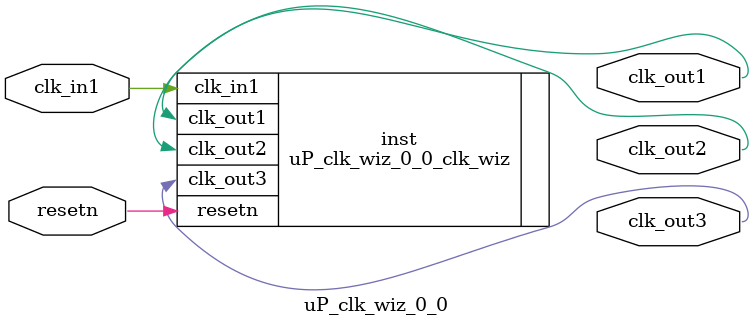
<source format=v>


`timescale 1ps/1ps

(* CORE_GENERATION_INFO = "uP_clk_wiz_0_0,clk_wiz_v6_0_4_0_0,{component_name=uP_clk_wiz_0_0,use_phase_alignment=true,use_min_o_jitter=false,use_max_i_jitter=false,use_dyn_phase_shift=false,use_inclk_switchover=false,use_dyn_reconfig=false,enable_axi=0,feedback_source=FDBK_AUTO,PRIMITIVE=MMCM,num_out_clk=3,clkin1_period=10.000,clkin2_period=10.000,use_power_down=false,use_reset=true,use_locked=false,use_inclk_stopped=false,feedback_type=SINGLE,CLOCK_MGR_TYPE=NA,manual_override=false}" *)

module uP_clk_wiz_0_0 
 (
  // Clock out ports
  output        clk_out1,
  output        clk_out2,
  output        clk_out3,
  // Status and control signals
  input         resetn,
 // Clock in ports
  input         clk_in1
 );

  uP_clk_wiz_0_0_clk_wiz inst
  (
  // Clock out ports  
  .clk_out1(clk_out1),
  .clk_out2(clk_out2),
  .clk_out3(clk_out3),
  // Status and control signals               
  .resetn(resetn), 
 // Clock in ports
  .clk_in1(clk_in1)
  );

endmodule

</source>
